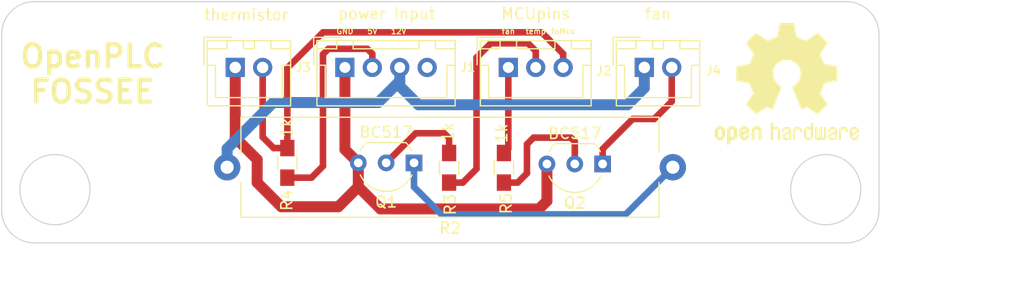
<source format=kicad_pcb>
(kicad_pcb (version 20171130) (host pcbnew 5.0.1)

  (general
    (thickness 1.6)
    (drawings 20)
    (tracks 72)
    (zones 0)
    (modules 11)
    (nets 12)
  )

  (page A4)
  (layers
    (0 F.Cu signal)
    (31 B.Cu signal)
    (32 B.Adhes user)
    (33 F.Adhes user)
    (34 B.Paste user)
    (35 F.Paste user)
    (36 B.SilkS user)
    (37 F.SilkS user)
    (38 B.Mask user)
    (39 F.Mask user)
    (40 Dwgs.User user)
    (41 Cmts.User user)
    (42 Eco1.User user)
    (43 Eco2.User user)
    (44 Edge.Cuts user)
    (45 Margin user)
    (46 B.CrtYd user)
    (47 F.CrtYd user)
    (48 B.Fab user)
    (49 F.Fab user)
  )

  (setup
    (last_trace_width 0.6)
    (trace_clearance 0.3)
    (zone_clearance 0.508)
    (zone_45_only no)
    (trace_min 0.2)
    (segment_width 0.2)
    (edge_width 0.15)
    (via_size 0.8)
    (via_drill 0.4)
    (via_min_size 0.4)
    (via_min_drill 0.3)
    (uvia_size 0.3)
    (uvia_drill 0.1)
    (uvias_allowed no)
    (uvia_min_size 0.2)
    (uvia_min_drill 0.1)
    (pcb_text_width 0.3)
    (pcb_text_size 1.5 1.5)
    (mod_edge_width 0.15)
    (mod_text_size 1 1)
    (mod_text_width 0.15)
    (pad_size 1.524 1.524)
    (pad_drill 0.762)
    (pad_to_mask_clearance 0.051)
    (solder_mask_min_width 0.25)
    (aux_axis_origin 0 0)
    (visible_elements FFFFFF7F)
    (pcbplotparams
      (layerselection 0x010fc_ffffffff)
      (usegerberextensions false)
      (usegerberattributes false)
      (usegerberadvancedattributes false)
      (creategerberjobfile false)
      (excludeedgelayer true)
      (linewidth 0.100000)
      (plotframeref false)
      (viasonmask false)
      (mode 1)
      (useauxorigin false)
      (hpglpennumber 1)
      (hpglpenspeed 20)
      (hpglpendiameter 15.000000)
      (psnegative false)
      (psa4output false)
      (plotreference true)
      (plotvalue true)
      (plotinvisibletext false)
      (padsonsilk false)
      (subtractmaskfromsilk false)
      (outputformat 1)
      (mirror false)
      (drillshape 1)
      (scaleselection 1)
      (outputdirectory ""))
  )

  (net 0 "")
  (net 1 GND)
  (net 2 +5V)
  (net 3 +12V)
  (net 4 "Net-(Q1-Pad1)")
  (net 5 "Net-(Q1-Pad2)")
  (net 6 /toMcu)
  (net 7 "Net-(J4-Pad2)")
  (net 8 "Net-(Q2-Pad2)")
  (net 9 /fromMcuR)
  (net 10 /fromMcuF)
  (net 11 "Net-(J1-Pad4)")

  (net_class Default "This is the default net class."
    (clearance 0.3)
    (trace_width 0.6)
    (via_dia 0.8)
    (via_drill 0.4)
    (uvia_dia 0.3)
    (uvia_drill 0.1)
    (add_net +5V)
    (add_net /fromMcuF)
    (add_net /fromMcuR)
    (add_net /toMcu)
    (add_net "Net-(J1-Pad4)")
    (add_net "Net-(J4-Pad2)")
    (add_net "Net-(Q1-Pad1)")
    (add_net "Net-(Q1-Pad2)")
    (add_net "Net-(Q2-Pad2)")
  )

  (net_class +12V ""
    (clearance 0.5)
    (trace_width 1)
    (via_dia 0.8)
    (via_drill 0.4)
    (uvia_dia 0.3)
    (uvia_drill 0.1)
    (add_net +12V)
    (add_net GND)
  )

  (module Resistors_THT:R_Axial_Power_L38.0mm_W9.0mm_P40.64mm (layer F.Cu) (tedit 5874F706) (tstamp 5C34D676)
    (at 171.4 95.9 180)
    (descr "Resistor, Axial_Power series, Axial, Horizontal, pin pitch=40.64mm, 9W, length*diameter=38*9mm^2, http://cdn-reichelt.de/documents/datenblatt/B400/5WAXIAL_9WAXIAL_11WAXIAL_17WAXIAL%23YAG.pdf")
    (tags "Resistor Axial_Power series Axial Horizontal pin pitch 40.64mm 9W length 38mm diameter 9mm")
    (path /5C2F30B4)
    (fp_text reference R2 (at 20.32 -5.56 180) (layer F.SilkS)
      (effects (font (size 1 1) (thickness 0.15)))
    )
    (fp_text value 27 (at 20.32 5.56 180) (layer F.Fab)
      (effects (font (size 1 1) (thickness 0.15)))
    )
    (fp_line (start 42.1 -4.85) (end -1.45 -4.85) (layer F.CrtYd) (width 0.05))
    (fp_line (start 42.1 4.85) (end 42.1 -4.85) (layer F.CrtYd) (width 0.05))
    (fp_line (start -1.45 4.85) (end 42.1 4.85) (layer F.CrtYd) (width 0.05))
    (fp_line (start -1.45 -4.85) (end -1.45 4.85) (layer F.CrtYd) (width 0.05))
    (fp_line (start 39.38 4.56) (end 39.38 1.38) (layer F.SilkS) (width 0.12))
    (fp_line (start 1.26 4.56) (end 39.38 4.56) (layer F.SilkS) (width 0.12))
    (fp_line (start 1.26 1.38) (end 1.26 4.56) (layer F.SilkS) (width 0.12))
    (fp_line (start 39.38 -4.56) (end 39.38 -1.38) (layer F.SilkS) (width 0.12))
    (fp_line (start 1.26 -4.56) (end 39.38 -4.56) (layer F.SilkS) (width 0.12))
    (fp_line (start 1.26 -1.38) (end 1.26 -4.56) (layer F.SilkS) (width 0.12))
    (fp_line (start 40.64 0) (end 39.32 0) (layer F.Fab) (width 0.1))
    (fp_line (start 0 0) (end 1.32 0) (layer F.Fab) (width 0.1))
    (fp_line (start 39.32 -4.5) (end 1.32 -4.5) (layer F.Fab) (width 0.1))
    (fp_line (start 39.32 4.5) (end 39.32 -4.5) (layer F.Fab) (width 0.1))
    (fp_line (start 1.32 4.5) (end 39.32 4.5) (layer F.Fab) (width 0.1))
    (fp_line (start 1.32 -4.5) (end 1.32 4.5) (layer F.Fab) (width 0.1))
    (pad 2 thru_hole oval (at 40.64 0 180) (size 2.4 2.4) (drill 1.2) (layers *.Cu *.Mask)
      (net 3 +12V))
    (pad 1 thru_hole circle (at 0 0 180) (size 2.4 2.4) (drill 1.2) (layers *.Cu *.Mask)
      (net 4 "Net-(Q1-Pad1)"))
    (model ${KISYS3DMOD}/Resistors_THT.3dshapes/R_Axial_Power_L38.0mm_W9.0mm_P40.64mm.wrl
      (at (xyz 0 0 0))
      (scale (xyz 0.393701 0.393701 0.393701))
      (rotate (xyz 0 0 0))
    )
  )

  (module Connectors_JST:JST_XH_B04B-XH-A_04x2.50mm_Straight (layer F.Cu) (tedit 5C3499F8) (tstamp 5C348D46)
    (at 141.5 86.8)
    (descr "JST XH series connector, B04B-XH-A, top entry type, through hole")
    (tags "connector jst xh tht top vertical 2.50mm")
    (path /5C2F487D)
    (fp_text reference J1 (at 11.2 0) (layer F.SilkS)
      (effects (font (size 0.8 0.8) (thickness 0.14)))
    )
    (fp_text value "power Input" (at 3.8 -4.9) (layer F.SilkS)
      (effects (font (size 1 1) (thickness 0.15)))
    )
    (fp_text user %R (at 3.75 2.5) (layer F.Fab)
      (effects (font (size 1 1) (thickness 0.15)))
    )
    (fp_line (start -2.85 -2.75) (end -2.85 -0.25) (layer F.Fab) (width 0.1))
    (fp_line (start -0.35 -2.75) (end -2.85 -2.75) (layer F.Fab) (width 0.1))
    (fp_line (start -2.85 -2.75) (end -2.85 -0.25) (layer F.SilkS) (width 0.12))
    (fp_line (start -0.35 -2.75) (end -2.85 -2.75) (layer F.SilkS) (width 0.12))
    (fp_line (start 9.3 2.75) (end 3.75 2.75) (layer F.SilkS) (width 0.12))
    (fp_line (start 9.3 -0.2) (end 9.3 2.75) (layer F.SilkS) (width 0.12))
    (fp_line (start 10.05 -0.2) (end 9.3 -0.2) (layer F.SilkS) (width 0.12))
    (fp_line (start -1.8 2.75) (end 3.75 2.75) (layer F.SilkS) (width 0.12))
    (fp_line (start -1.8 -0.2) (end -1.8 2.75) (layer F.SilkS) (width 0.12))
    (fp_line (start -2.55 -0.2) (end -1.8 -0.2) (layer F.SilkS) (width 0.12))
    (fp_line (start 10.05 -2.45) (end 8.25 -2.45) (layer F.SilkS) (width 0.12))
    (fp_line (start 10.05 -1.7) (end 10.05 -2.45) (layer F.SilkS) (width 0.12))
    (fp_line (start 8.25 -1.7) (end 10.05 -1.7) (layer F.SilkS) (width 0.12))
    (fp_line (start 8.25 -2.45) (end 8.25 -1.7) (layer F.SilkS) (width 0.12))
    (fp_line (start -0.75 -2.45) (end -2.55 -2.45) (layer F.SilkS) (width 0.12))
    (fp_line (start -0.75 -1.7) (end -0.75 -2.45) (layer F.SilkS) (width 0.12))
    (fp_line (start -2.55 -1.7) (end -0.75 -1.7) (layer F.SilkS) (width 0.12))
    (fp_line (start -2.55 -2.45) (end -2.55 -1.7) (layer F.SilkS) (width 0.12))
    (fp_line (start 6.75 -2.45) (end 0.75 -2.45) (layer F.SilkS) (width 0.12))
    (fp_line (start 6.75 -1.7) (end 6.75 -2.45) (layer F.SilkS) (width 0.12))
    (fp_line (start 0.75 -1.7) (end 6.75 -1.7) (layer F.SilkS) (width 0.12))
    (fp_line (start 0.75 -2.45) (end 0.75 -1.7) (layer F.SilkS) (width 0.12))
    (fp_line (start 10.05 -2.45) (end -2.55 -2.45) (layer F.SilkS) (width 0.12))
    (fp_line (start 10.05 3.5) (end 10.05 -2.45) (layer F.SilkS) (width 0.12))
    (fp_line (start -2.55 3.5) (end 10.05 3.5) (layer F.SilkS) (width 0.12))
    (fp_line (start -2.55 -2.45) (end -2.55 3.5) (layer F.SilkS) (width 0.12))
    (fp_line (start 10.45 -2.85) (end -2.95 -2.85) (layer F.CrtYd) (width 0.05))
    (fp_line (start 10.45 3.9) (end 10.45 -2.85) (layer F.CrtYd) (width 0.05))
    (fp_line (start -2.95 3.9) (end 10.45 3.9) (layer F.CrtYd) (width 0.05))
    (fp_line (start -2.95 -2.85) (end -2.95 3.9) (layer F.CrtYd) (width 0.05))
    (fp_line (start 9.95 -2.35) (end -2.45 -2.35) (layer F.Fab) (width 0.1))
    (fp_line (start 9.95 3.4) (end 9.95 -2.35) (layer F.Fab) (width 0.1))
    (fp_line (start -2.45 3.4) (end 9.95 3.4) (layer F.Fab) (width 0.1))
    (fp_line (start -2.45 -2.35) (end -2.45 3.4) (layer F.Fab) (width 0.1))
    (pad 4 thru_hole circle (at 7.5 0) (size 1.75 1.75) (drill 1) (layers *.Cu *.Mask)
      (net 11 "Net-(J1-Pad4)"))
    (pad 3 thru_hole circle (at 5 0) (size 1.75 1.75) (drill 1) (layers *.Cu *.Mask)
      (net 3 +12V))
    (pad 2 thru_hole circle (at 2.5 0) (size 1.75 1.75) (drill 1) (layers *.Cu *.Mask)
      (net 2 +5V))
    (pad 1 thru_hole rect (at 0 0) (size 1.75 1.75) (drill 1) (layers *.Cu *.Mask)
      (net 1 GND))
    (model Connectors_JST.3dshapes/JST_XH_B04B-XH-A_04x2.50mm_Straight.wrl
      (at (xyz 0 0 0))
      (scale (xyz 1 1 1))
      (rotate (xyz 0 0 0))
    )
    (model ${KISYS3DMOD}/Connector_JST.3dshapes/JST_XH_B04B-XH-A_1x04_P2.50mm_Vertical.wrl
      (at (xyz 0 0 0))
      (scale (xyz 1 1 1))
      (rotate (xyz 0 0 0))
    )
  )

  (module Connectors_JST:JST_XH_B03B-XH-A_03x2.50mm_Straight (layer F.Cu) (tedit 5C349A19) (tstamp 5C34AFEA)
    (at 156.4 86.8)
    (descr "JST XH series connector, B03B-XH-A, top entry type, through hole")
    (tags "connector jst xh tht top vertical 2.50mm")
    (path /5C350621)
    (fp_text reference J2 (at 8.7 0.3) (layer F.SilkS)
      (effects (font (size 0.8 0.8) (thickness 0.14)))
    )
    (fp_text value MCUpins (at 2.5 -4.9) (layer F.SilkS)
      (effects (font (size 1 1) (thickness 0.15)))
    )
    (fp_text user %R (at 2.5 2.5) (layer F.Fab)
      (effects (font (size 1 1) (thickness 0.15)))
    )
    (fp_line (start -2.85 -2.75) (end -2.85 -0.25) (layer F.Fab) (width 0.1))
    (fp_line (start -0.35 -2.75) (end -2.85 -2.75) (layer F.Fab) (width 0.1))
    (fp_line (start -2.85 -2.75) (end -2.85 -0.25) (layer F.SilkS) (width 0.12))
    (fp_line (start -0.35 -2.75) (end -2.85 -2.75) (layer F.SilkS) (width 0.12))
    (fp_line (start 6.8 2.75) (end 2.5 2.75) (layer F.SilkS) (width 0.12))
    (fp_line (start 6.8 -0.2) (end 6.8 2.75) (layer F.SilkS) (width 0.12))
    (fp_line (start 7.55 -0.2) (end 6.8 -0.2) (layer F.SilkS) (width 0.12))
    (fp_line (start -1.8 2.75) (end 2.5 2.75) (layer F.SilkS) (width 0.12))
    (fp_line (start -1.8 -0.2) (end -1.8 2.75) (layer F.SilkS) (width 0.12))
    (fp_line (start -2.55 -0.2) (end -1.8 -0.2) (layer F.SilkS) (width 0.12))
    (fp_line (start 7.55 -2.45) (end 5.75 -2.45) (layer F.SilkS) (width 0.12))
    (fp_line (start 7.55 -1.7) (end 7.55 -2.45) (layer F.SilkS) (width 0.12))
    (fp_line (start 5.75 -1.7) (end 7.55 -1.7) (layer F.SilkS) (width 0.12))
    (fp_line (start 5.75 -2.45) (end 5.75 -1.7) (layer F.SilkS) (width 0.12))
    (fp_line (start -0.75 -2.45) (end -2.55 -2.45) (layer F.SilkS) (width 0.12))
    (fp_line (start -0.75 -1.7) (end -0.75 -2.45) (layer F.SilkS) (width 0.12))
    (fp_line (start -2.55 -1.7) (end -0.75 -1.7) (layer F.SilkS) (width 0.12))
    (fp_line (start -2.55 -2.45) (end -2.55 -1.7) (layer F.SilkS) (width 0.12))
    (fp_line (start 4.25 -2.45) (end 0.75 -2.45) (layer F.SilkS) (width 0.12))
    (fp_line (start 4.25 -1.7) (end 4.25 -2.45) (layer F.SilkS) (width 0.12))
    (fp_line (start 0.75 -1.7) (end 4.25 -1.7) (layer F.SilkS) (width 0.12))
    (fp_line (start 0.75 -2.45) (end 0.75 -1.7) (layer F.SilkS) (width 0.12))
    (fp_line (start 7.55 -2.45) (end -2.55 -2.45) (layer F.SilkS) (width 0.12))
    (fp_line (start 7.55 3.5) (end 7.55 -2.45) (layer F.SilkS) (width 0.12))
    (fp_line (start -2.55 3.5) (end 7.55 3.5) (layer F.SilkS) (width 0.12))
    (fp_line (start -2.55 -2.45) (end -2.55 3.5) (layer F.SilkS) (width 0.12))
    (fp_line (start 7.95 -2.85) (end -2.95 -2.85) (layer F.CrtYd) (width 0.05))
    (fp_line (start 7.95 3.9) (end 7.95 -2.85) (layer F.CrtYd) (width 0.05))
    (fp_line (start -2.95 3.9) (end 7.95 3.9) (layer F.CrtYd) (width 0.05))
    (fp_line (start -2.95 -2.85) (end -2.95 3.9) (layer F.CrtYd) (width 0.05))
    (fp_line (start 7.45 -2.35) (end -2.45 -2.35) (layer F.Fab) (width 0.1))
    (fp_line (start 7.45 3.4) (end 7.45 -2.35) (layer F.Fab) (width 0.1))
    (fp_line (start -2.45 3.4) (end 7.45 3.4) (layer F.Fab) (width 0.1))
    (fp_line (start -2.45 -2.35) (end -2.45 3.4) (layer F.Fab) (width 0.1))
    (pad 3 thru_hole circle (at 5 0) (size 1.75 1.75) (drill 1) (layers *.Cu *.Mask)
      (net 6 /toMcu))
    (pad 2 thru_hole circle (at 2.5 0) (size 1.75 1.75) (drill 1) (layers *.Cu *.Mask)
      (net 9 /fromMcuR))
    (pad 1 thru_hole rect (at 0 0) (size 1.75 1.75) (drill 1) (layers *.Cu *.Mask)
      (net 10 /fromMcuF))
    (model Connectors_JST.3dshapes/JST_XH_B03B-XH-A_03x2.50mm_Straight.wrl
      (at (xyz 0 0 0))
      (scale (xyz 1 1 1))
      (rotate (xyz 0 0 0))
    )
    (model ${KISYS3DMOD}/Connector_JST.3dshapes/JST_XH_B03B-XH-A_1x03_P2.50mm_Vertical.wrl
      (at (xyz 0 0 0))
      (scale (xyz 1 1 1))
      (rotate (xyz 0 0 0))
    )
  )

  (module Connectors_JST:JST_XH_B02B-XH-A_02x2.50mm_Straight (layer F.Cu) (tedit 5C3499E4) (tstamp 5C348DC2)
    (at 168.8 86.8)
    (descr "JST XH series connector, B02B-XH-A, top entry type, through hole")
    (tags "connector jst xh tht top vertical 2.50mm")
    (path /5C34ABB8)
    (fp_text reference J4 (at 6.3 0.3) (layer F.SilkS)
      (effects (font (size 0.8 0.8) (thickness 0.14)))
    )
    (fp_text value fan (at 1.25 -4.9) (layer F.SilkS)
      (effects (font (size 1 1) (thickness 0.15)))
    )
    (fp_text user %R (at 1.25 2.5) (layer F.Fab)
      (effects (font (size 1 1) (thickness 0.15)))
    )
    (fp_line (start -2.85 -2.75) (end -2.85 -0.25) (layer F.Fab) (width 0.1))
    (fp_line (start -0.35 -2.75) (end -2.85 -2.75) (layer F.Fab) (width 0.1))
    (fp_line (start -2.85 -2.75) (end -2.85 -0.25) (layer F.SilkS) (width 0.12))
    (fp_line (start -0.35 -2.75) (end -2.85 -2.75) (layer F.SilkS) (width 0.12))
    (fp_line (start 4.3 2.75) (end 1.25 2.75) (layer F.SilkS) (width 0.12))
    (fp_line (start 4.3 -0.2) (end 4.3 2.75) (layer F.SilkS) (width 0.12))
    (fp_line (start 5.05 -0.2) (end 4.3 -0.2) (layer F.SilkS) (width 0.12))
    (fp_line (start -1.8 2.75) (end 1.25 2.75) (layer F.SilkS) (width 0.12))
    (fp_line (start -1.8 -0.2) (end -1.8 2.75) (layer F.SilkS) (width 0.12))
    (fp_line (start -2.55 -0.2) (end -1.8 -0.2) (layer F.SilkS) (width 0.12))
    (fp_line (start 5.05 -2.45) (end 3.25 -2.45) (layer F.SilkS) (width 0.12))
    (fp_line (start 5.05 -1.7) (end 5.05 -2.45) (layer F.SilkS) (width 0.12))
    (fp_line (start 3.25 -1.7) (end 5.05 -1.7) (layer F.SilkS) (width 0.12))
    (fp_line (start 3.25 -2.45) (end 3.25 -1.7) (layer F.SilkS) (width 0.12))
    (fp_line (start -0.75 -2.45) (end -2.55 -2.45) (layer F.SilkS) (width 0.12))
    (fp_line (start -0.75 -1.7) (end -0.75 -2.45) (layer F.SilkS) (width 0.12))
    (fp_line (start -2.55 -1.7) (end -0.75 -1.7) (layer F.SilkS) (width 0.12))
    (fp_line (start -2.55 -2.45) (end -2.55 -1.7) (layer F.SilkS) (width 0.12))
    (fp_line (start 1.75 -2.45) (end 0.75 -2.45) (layer F.SilkS) (width 0.12))
    (fp_line (start 1.75 -1.7) (end 1.75 -2.45) (layer F.SilkS) (width 0.12))
    (fp_line (start 0.75 -1.7) (end 1.75 -1.7) (layer F.SilkS) (width 0.12))
    (fp_line (start 0.75 -2.45) (end 0.75 -1.7) (layer F.SilkS) (width 0.12))
    (fp_line (start 5.05 -2.45) (end -2.55 -2.45) (layer F.SilkS) (width 0.12))
    (fp_line (start 5.05 3.5) (end 5.05 -2.45) (layer F.SilkS) (width 0.12))
    (fp_line (start -2.55 3.5) (end 5.05 3.5) (layer F.SilkS) (width 0.12))
    (fp_line (start -2.55 -2.45) (end -2.55 3.5) (layer F.SilkS) (width 0.12))
    (fp_line (start 5.45 -2.85) (end -2.95 -2.85) (layer F.CrtYd) (width 0.05))
    (fp_line (start 5.45 3.9) (end 5.45 -2.85) (layer F.CrtYd) (width 0.05))
    (fp_line (start -2.95 3.9) (end 5.45 3.9) (layer F.CrtYd) (width 0.05))
    (fp_line (start -2.95 -2.85) (end -2.95 3.9) (layer F.CrtYd) (width 0.05))
    (fp_line (start 4.95 -2.35) (end -2.45 -2.35) (layer F.Fab) (width 0.1))
    (fp_line (start 4.95 3.4) (end 4.95 -2.35) (layer F.Fab) (width 0.1))
    (fp_line (start -2.45 3.4) (end 4.95 3.4) (layer F.Fab) (width 0.1))
    (fp_line (start -2.45 -2.35) (end -2.45 3.4) (layer F.Fab) (width 0.1))
    (pad 2 thru_hole circle (at 2.5 0) (size 1.75 1.75) (drill 1.05) (layers *.Cu *.Mask)
      (net 7 "Net-(J4-Pad2)"))
    (pad 1 thru_hole rect (at 0 0) (size 1.75 1.75) (drill 1.05) (layers *.Cu *.Mask)
      (net 3 +12V))
    (model Connectors_JST.3dshapes/JST_XH_B02B-XH-A_02x2.50mm_Straight.wrl
      (at (xyz 0 0 0))
      (scale (xyz 1 1 1))
      (rotate (xyz 0 0 0))
    )
    (model ${KISYS3DMOD}/Connector_JST.3dshapes/JST_XH_B02B-XH-A_1x02_P2.50mm_Vertical.wrl
      (at (xyz 0 0 0))
      (scale (xyz 1 1 1))
      (rotate (xyz 0 0 0))
    )
  )

  (module Resistors_SMD:R_0805_HandSoldering (layer F.Cu) (tedit 5C348766) (tstamp 5C349023)
    (at 156 95.95 90)
    (descr "Resistor SMD 0805, hand soldering")
    (tags "resistor 0805")
    (path /5C3474DA)
    (attr smd)
    (fp_text reference R5 (at -3.25 0.2 90) (layer F.SilkS)
      (effects (font (size 1 1) (thickness 0.15)))
    )
    (fp_text value 1k (at 3.15 -0.2 90) (layer F.SilkS)
      (effects (font (size 1 1) (thickness 0.15)))
    )
    (fp_line (start 2.35 0.9) (end -2.35 0.9) (layer F.CrtYd) (width 0.05))
    (fp_line (start 2.35 0.9) (end 2.35 -0.9) (layer F.CrtYd) (width 0.05))
    (fp_line (start -2.35 -0.9) (end -2.35 0.9) (layer F.CrtYd) (width 0.05))
    (fp_line (start -2.35 -0.9) (end 2.35 -0.9) (layer F.CrtYd) (width 0.05))
    (fp_line (start -0.6 -0.88) (end 0.6 -0.88) (layer F.SilkS) (width 0.12))
    (fp_line (start 0.6 0.88) (end -0.6 0.88) (layer F.SilkS) (width 0.12))
    (fp_line (start -1 -0.62) (end 1 -0.62) (layer F.Fab) (width 0.1))
    (fp_line (start 1 -0.62) (end 1 0.62) (layer F.Fab) (width 0.1))
    (fp_line (start 1 0.62) (end -1 0.62) (layer F.Fab) (width 0.1))
    (fp_line (start -1 0.62) (end -1 -0.62) (layer F.Fab) (width 0.1))
    (fp_text user %R (at 0 0 90) (layer F.Fab)
      (effects (font (size 0.5 0.5) (thickness 0.075)))
    )
    (pad 2 smd rect (at 1.35 0 90) (size 1.5 1.3) (layers F.Cu F.Paste F.Mask)
      (net 10 /fromMcuF))
    (pad 1 smd rect (at -1.35 0 90) (size 1.5 1.3) (layers F.Cu F.Paste F.Mask)
      (net 8 "Net-(Q2-Pad2)"))
    (model ${KISYS3DMOD}/Resistors_SMD.3dshapes/R_0805.wrl
      (at (xyz 0 0 0))
      (scale (xyz 1 1 1))
      (rotate (xyz 0 0 0))
    )
    (model ${KISYS3DMOD}/Resistor_SMD.3dshapes/R_0805_2012Metric.wrl
      (at (xyz 0 0 0))
      (scale (xyz 1 1 1))
      (rotate (xyz 0 0 0))
    )
  )

  (module TO_SOT_Packages_THT:TO-92_Inline_Wide (layer F.Cu) (tedit 5C34876D) (tstamp 5C348E37)
    (at 165.000001 95.6 180)
    (descr "TO-92 leads in-line, wide, drill 0.8mm (see NXP sot054_po.pdf)")
    (tags "to-92 sc-43 sc-43a sot54 PA33 transistor")
    (path /5C346CA2)
    (fp_text reference Q2 (at 2.54 -3.56) (layer F.SilkS)
      (effects (font (size 1 1) (thickness 0.15)))
    )
    (fp_text value BC517 (at 2.54 2.79 180) (layer F.SilkS)
      (effects (font (size 1 1) (thickness 0.15)))
    )
    (fp_arc (start 2.54 0) (end 4.34 1.85) (angle -20) (layer F.SilkS) (width 0.12))
    (fp_arc (start 2.54 0) (end 2.54 -2.48) (angle -135) (layer F.Fab) (width 0.1))
    (fp_arc (start 2.54 0) (end 2.54 -2.48) (angle 135) (layer F.Fab) (width 0.1))
    (fp_arc (start 2.54 0) (end 2.54 -2.6) (angle 65) (layer F.SilkS) (width 0.12))
    (fp_arc (start 2.54 0) (end 2.54 -2.6) (angle -65) (layer F.SilkS) (width 0.12))
    (fp_arc (start 2.54 0) (end 0.74 1.85) (angle 20) (layer F.SilkS) (width 0.12))
    (fp_line (start 6.09 2.01) (end -1.01 2.01) (layer F.CrtYd) (width 0.05))
    (fp_line (start 6.09 2.01) (end 6.09 -2.73) (layer F.CrtYd) (width 0.05))
    (fp_line (start -1.01 -2.73) (end -1.01 2.01) (layer F.CrtYd) (width 0.05))
    (fp_line (start -1.01 -2.73) (end 6.09 -2.73) (layer F.CrtYd) (width 0.05))
    (fp_line (start 0.8 1.75) (end 4.3 1.75) (layer F.Fab) (width 0.1))
    (fp_line (start 0.74 1.85) (end 4.34 1.85) (layer F.SilkS) (width 0.12))
    (fp_text user %R (at 2.54 -3.56) (layer F.Fab)
      (effects (font (size 1 1) (thickness 0.15)))
    )
    (pad 1 thru_hole rect (at 0 0 270) (size 1.52 1.52) (drill 0.8) (layers *.Cu *.Mask)
      (net 7 "Net-(J4-Pad2)"))
    (pad 3 thru_hole circle (at 5.08 0 270) (size 1.52 1.52) (drill 0.8) (layers *.Cu *.Mask)
      (net 1 GND))
    (pad 2 thru_hole circle (at 2.54 0 270) (size 1.52 1.52) (drill 0.8) (layers *.Cu *.Mask)
      (net 8 "Net-(Q2-Pad2)"))
    (model ${KISYS3DMOD}/Package_TO_SOT_THT.3dshapes/TO-92_Inline_Wide.wrl
      (at (xyz 0 0 0))
      (scale (xyz 1 1 1))
      (rotate (xyz 0 0 0))
    )
  )

  (module Connectors_JST:JST_XH_B02B-XH-A_02x2.50mm_Straight (layer F.Cu) (tedit 5C349A03) (tstamp 5C348E85)
    (at 131.5 86.8)
    (descr "JST XH series connector, B02B-XH-A, top entry type, through hole")
    (tags "connector jst xh tht top vertical 2.50mm")
    (path /5C308B5A)
    (fp_text reference J3 (at 6.2 0) (layer F.SilkS)
      (effects (font (size 0.8 0.8) (thickness 0.14)))
    )
    (fp_text value thermistor (at 1 -4.8 180) (layer F.SilkS)
      (effects (font (size 1 1) (thickness 0.15)))
    )
    (fp_line (start -2.450001 -2.35) (end -2.450001 3.4) (layer F.Fab) (width 0.1))
    (fp_line (start -2.450001 3.4) (end 4.950001 3.4) (layer F.Fab) (width 0.1))
    (fp_line (start 4.950001 3.4) (end 4.950001 -2.35) (layer F.Fab) (width 0.1))
    (fp_line (start 4.950001 -2.35) (end -2.450001 -2.35) (layer F.Fab) (width 0.1))
    (fp_line (start -2.95 -2.85) (end -2.95 3.899999) (layer F.CrtYd) (width 0.05))
    (fp_line (start -2.95 3.899999) (end 5.45 3.899999) (layer F.CrtYd) (width 0.05))
    (fp_line (start 5.45 3.899999) (end 5.45 -2.85) (layer F.CrtYd) (width 0.05))
    (fp_line (start 5.45 -2.85) (end -2.95 -2.85) (layer F.CrtYd) (width 0.05))
    (fp_line (start -2.55 -2.45) (end -2.55 3.5) (layer F.SilkS) (width 0.12))
    (fp_line (start -2.55 3.5) (end 5.05 3.5) (layer F.SilkS) (width 0.12))
    (fp_line (start 5.05 3.5) (end 5.05 -2.45) (layer F.SilkS) (width 0.12))
    (fp_line (start 5.05 -2.45) (end -2.55 -2.45) (layer F.SilkS) (width 0.12))
    (fp_line (start 0.75 -2.450001) (end 0.750001 -1.7) (layer F.SilkS) (width 0.12))
    (fp_line (start 0.750001 -1.7) (end 1.749999 -1.7) (layer F.SilkS) (width 0.12))
    (fp_line (start 1.749999 -1.7) (end 1.749999 -2.45) (layer F.SilkS) (width 0.12))
    (fp_line (start 1.749999 -2.45) (end 0.75 -2.450001) (layer F.SilkS) (width 0.12))
    (fp_line (start -2.55 -2.45) (end -2.55 -1.7) (layer F.SilkS) (width 0.12))
    (fp_line (start -2.55 -1.7) (end -0.750001 -1.7) (layer F.SilkS) (width 0.12))
    (fp_line (start -0.750001 -1.7) (end -0.75 -2.450001) (layer F.SilkS) (width 0.12))
    (fp_line (start -0.75 -2.450001) (end -2.55 -2.45) (layer F.SilkS) (width 0.12))
    (fp_line (start 3.25 -2.450001) (end 3.250001 -1.7) (layer F.SilkS) (width 0.12))
    (fp_line (start 3.250001 -1.7) (end 5.05 -1.7) (layer F.SilkS) (width 0.12))
    (fp_line (start 5.05 -1.7) (end 5.05 -2.45) (layer F.SilkS) (width 0.12))
    (fp_line (start 5.05 -2.45) (end 3.25 -2.450001) (layer F.SilkS) (width 0.12))
    (fp_line (start -2.55 -0.2) (end -1.8 -0.2) (layer F.SilkS) (width 0.12))
    (fp_line (start -1.8 -0.2) (end -1.8 2.75) (layer F.SilkS) (width 0.12))
    (fp_line (start -1.8 2.75) (end 1.25 2.75) (layer F.SilkS) (width 0.12))
    (fp_line (start 5.05 -0.2) (end 4.3 -0.2) (layer F.SilkS) (width 0.12))
    (fp_line (start 4.3 -0.2) (end 4.3 2.75) (layer F.SilkS) (width 0.12))
    (fp_line (start 4.3 2.75) (end 1.25 2.75) (layer F.SilkS) (width 0.12))
    (fp_line (start -0.35 -2.75) (end -2.85 -2.75) (layer F.SilkS) (width 0.12))
    (fp_line (start -2.85 -2.75) (end -2.85 -0.25) (layer F.SilkS) (width 0.12))
    (fp_line (start -0.35 -2.75) (end -2.85 -2.75) (layer F.Fab) (width 0.1))
    (fp_line (start -2.85 -2.75) (end -2.85 -0.25) (layer F.Fab) (width 0.1))
    (fp_text user %R (at 1.25 2.499999) (layer F.Fab)
      (effects (font (size 1 1) (thickness 0.15)))
    )
    (pad 1 thru_hole rect (at 0 0) (size 1.75 1.75) (drill 1.05) (layers *.Cu *.Mask)
      (net 1 GND))
    (pad 2 thru_hole circle (at 2.5 0) (size 1.75 1.75) (drill 1.05) (layers *.Cu *.Mask)
      (net 6 /toMcu))
    (model Connectors_JST.3dshapes/JST_XH_B02B-XH-A_02x2.50mm_Straight.wrl
      (at (xyz 0 0 0))
      (scale (xyz 1 1 1))
      (rotate (xyz 0 0 0))
    )
    (model ${KISYS3DMOD}/Connector_JST.3dshapes/JST_XH_B02B-XH-A_1x02_P2.50mm_Vertical.wrl
      (at (xyz 0 0 0))
      (scale (xyz 1 1 1))
      (rotate (xyz 0 0 0))
    )
  )

  (module TO_SOT_Packages_THT:TO-92_Inline_Wide (layer F.Cu) (tedit 5C348789) (tstamp 5C348CF6)
    (at 147.8 95.5 180)
    (descr "TO-92 leads in-line, wide, drill 0.8mm (see NXP sot054_po.pdf)")
    (tags "to-92 sc-43 sc-43a sot54 PA33 transistor")
    (path /5C303654)
    (fp_text reference Q1 (at 2.54 -3.56) (layer F.SilkS)
      (effects (font (size 1 1) (thickness 0.15)))
    )
    (fp_text value BC517 (at 2.54 2.79 180) (layer F.SilkS)
      (effects (font (size 1 1) (thickness 0.15)))
    )
    (fp_arc (start 2.54 0) (end 4.34 1.85) (angle -20) (layer F.SilkS) (width 0.12))
    (fp_arc (start 2.54 0) (end 2.54 -2.48) (angle -135) (layer F.Fab) (width 0.1))
    (fp_arc (start 2.54 0) (end 2.54 -2.48) (angle 135) (layer F.Fab) (width 0.1))
    (fp_arc (start 2.54 0) (end 2.54 -2.6) (angle 65) (layer F.SilkS) (width 0.12))
    (fp_arc (start 2.54 0) (end 2.54 -2.6) (angle -65) (layer F.SilkS) (width 0.12))
    (fp_arc (start 2.54 0) (end 0.74 1.85) (angle 20) (layer F.SilkS) (width 0.12))
    (fp_line (start 6.09 2.01) (end -1.01 2.01) (layer F.CrtYd) (width 0.05))
    (fp_line (start 6.09 2.01) (end 6.09 -2.73) (layer F.CrtYd) (width 0.05))
    (fp_line (start -1.01 -2.73) (end -1.01 2.01) (layer F.CrtYd) (width 0.05))
    (fp_line (start -1.01 -2.73) (end 6.09 -2.73) (layer F.CrtYd) (width 0.05))
    (fp_line (start 0.8 1.75) (end 4.3 1.75) (layer F.Fab) (width 0.1))
    (fp_line (start 0.74 1.85) (end 4.34 1.85) (layer F.SilkS) (width 0.12))
    (fp_text user %R (at 2.54 -3.56) (layer F.Fab)
      (effects (font (size 1 1) (thickness 0.15)))
    )
    (pad 1 thru_hole rect (at 0 0 270) (size 1.52 1.52) (drill 0.8) (layers *.Cu *.Mask)
      (net 4 "Net-(Q1-Pad1)"))
    (pad 3 thru_hole circle (at 5.08 0 270) (size 1.52 1.52) (drill 0.8) (layers *.Cu *.Mask)
      (net 1 GND))
    (pad 2 thru_hole circle (at 2.54 0 270) (size 1.52 1.52) (drill 0.8) (layers *.Cu *.Mask)
      (net 5 "Net-(Q1-Pad2)"))
    (model ${KISYS3DMOD}/TO_SOT_Packages_THT.3dshapes/TO-92_Inline_Wide.wrl
      (offset (xyz 2.539999961853027 0 0))
      (scale (xyz 1 1 1))
      (rotate (xyz 0 0 -90))
    )
    (model ${KISYS3DMOD}/Package_TO_SOT_THT.3dshapes/TO-92_Inline_Wide.wrl
      (at (xyz 0 0 0))
      (scale (xyz 1 1 1))
      (rotate (xyz 0 0 0))
    )
  )

  (module Resistors_SMD:R_0805_HandSoldering (layer F.Cu) (tedit 5C34877D) (tstamp 5C348CC3)
    (at 151 95.95 270)
    (descr "Resistor SMD 0805, hand soldering")
    (tags "resistor 0805")
    (path /5C307DD4)
    (attr smd)
    (fp_text reference R3 (at 3.35 -0.1 270) (layer F.SilkS)
      (effects (font (size 1 1) (thickness 0.15)))
    )
    (fp_text value 1k (at -3.25 0.1 270) (layer F.SilkS)
      (effects (font (size 1 1) (thickness 0.15)))
    )
    (fp_line (start 2.35 0.9) (end -2.35 0.9) (layer F.CrtYd) (width 0.05))
    (fp_line (start 2.35 0.9) (end 2.35 -0.9) (layer F.CrtYd) (width 0.05))
    (fp_line (start -2.35 -0.9) (end -2.35 0.9) (layer F.CrtYd) (width 0.05))
    (fp_line (start -2.35 -0.9) (end 2.35 -0.9) (layer F.CrtYd) (width 0.05))
    (fp_line (start -0.6 -0.88) (end 0.6 -0.88) (layer F.SilkS) (width 0.12))
    (fp_line (start 0.6 0.88) (end -0.6 0.88) (layer F.SilkS) (width 0.12))
    (fp_line (start -1 -0.62) (end 1 -0.62) (layer F.Fab) (width 0.1))
    (fp_line (start 1 -0.62) (end 1 0.62) (layer F.Fab) (width 0.1))
    (fp_line (start 1 0.62) (end -1 0.62) (layer F.Fab) (width 0.1))
    (fp_line (start -1 0.62) (end -1 -0.62) (layer F.Fab) (width 0.1))
    (fp_text user %R (at 0 0 270) (layer F.Fab)
      (effects (font (size 0.5 0.5) (thickness 0.075)))
    )
    (pad 2 smd rect (at 1.35 0 270) (size 1.5 1.3) (layers F.Cu F.Paste F.Mask)
      (net 9 /fromMcuR))
    (pad 1 smd rect (at -1.35 0 270) (size 1.5 1.3) (layers F.Cu F.Paste F.Mask)
      (net 5 "Net-(Q1-Pad2)"))
    (model ${KISYS3DMOD}/Resistors_SMD.3dshapes/R_0805.wrl
      (at (xyz 0 0 0))
      (scale (xyz 1 1 1))
      (rotate (xyz 0 0 0))
    )
    (model ${KISYS3DMOD}/Resistor_SMD.3dshapes/R_0805_2012Metric.wrl
      (at (xyz 0 0 0))
      (scale (xyz 1 1 1))
      (rotate (xyz 0 0 0))
    )
  )

  (module Resistors_SMD:R_0805_HandSoldering (layer F.Cu) (tedit 5C349BD4) (tstamp 5C348F69)
    (at 136.25 95.5 90)
    (descr "Resistor SMD 0805, hand soldering")
    (tags "resistor 0805")
    (path /5C336026)
    (attr smd)
    (fp_text reference R4 (at -3.4 -0.05 90) (layer F.SilkS)
      (effects (font (size 1 1) (thickness 0.15)))
    )
    (fp_text value 1k (at 3.2 -0.05 90) (layer F.SilkS)
      (effects (font (size 1 1) (thickness 0.15)))
    )
    (fp_text user %R (at 0 0 90) (layer F.Fab)
      (effects (font (size 0.5 0.5) (thickness 0.075)))
    )
    (fp_line (start -1 0.62) (end -1 -0.62) (layer F.Fab) (width 0.1))
    (fp_line (start 1 0.62) (end -1 0.62) (layer F.Fab) (width 0.1))
    (fp_line (start 1 -0.62) (end 1 0.62) (layer F.Fab) (width 0.1))
    (fp_line (start -1 -0.62) (end 1 -0.62) (layer F.Fab) (width 0.1))
    (fp_line (start 0.6 0.88) (end -0.6 0.88) (layer F.SilkS) (width 0.12))
    (fp_line (start -0.6 -0.88) (end 0.6 -0.88) (layer F.SilkS) (width 0.12))
    (fp_line (start -2.35 -0.9) (end 2.35 -0.9) (layer F.CrtYd) (width 0.05))
    (fp_line (start -2.35 -0.9) (end -2.35 0.9) (layer F.CrtYd) (width 0.05))
    (fp_line (start 2.35 0.9) (end 2.35 -0.9) (layer F.CrtYd) (width 0.05))
    (fp_line (start 2.35 0.9) (end -2.35 0.9) (layer F.CrtYd) (width 0.05))
    (pad 1 smd rect (at -1.35 0 90) (size 1.5 1.3) (layers F.Cu F.Paste F.Mask)
      (net 2 +5V))
    (pad 2 smd rect (at 1.35 0 90) (size 1.5 1.3) (layers F.Cu F.Paste F.Mask)
      (net 6 /toMcu))
    (model ${KISYS3DMOD}/Resistors_SMD.3dshapes/R_0805.wrl
      (at (xyz 0 0 0))
      (scale (xyz 1 1 1))
      (rotate (xyz 0 0 0))
    )
    (model ${KISYS3DMOD}/Resistor_SMD.3dshapes/R_0805_2012Metric.wrl
      (at (xyz 0 0 0))
      (scale (xyz 1 1 1))
      (rotate (xyz 0 0 0))
    )
  )

  (module Symbols:OSHW-Logo2_14.6x12mm_SilkScreen (layer F.Cu) (tedit 0) (tstamp 5C34DD5F)
    (at 181.8 88.3)
    (descr "Open Source Hardware Symbol")
    (tags "Logo Symbol OSHW")
    (attr virtual)
    (fp_text reference REF*** (at 0 0) (layer F.SilkS) hide
      (effects (font (size 1 1) (thickness 0.15)))
    )
    (fp_text value OSHW-Logo2_14.6x12mm_SilkScreen (at 0.75 0) (layer F.Fab) hide
      (effects (font (size 1 1) (thickness 0.15)))
    )
    (fp_poly (pts (xy -4.8281 3.861903) (xy -4.71655 3.917522) (xy -4.618092 4.019931) (xy -4.590977 4.057864)
      (xy -4.561438 4.1075) (xy -4.542272 4.161412) (xy -4.531307 4.233364) (xy -4.526371 4.337122)
      (xy -4.525287 4.474101) (xy -4.530182 4.661815) (xy -4.547196 4.802758) (xy -4.579823 4.907908)
      (xy -4.631558 4.988243) (xy -4.705896 5.054741) (xy -4.711358 5.058678) (xy -4.78462 5.098953)
      (xy -4.87284 5.11888) (xy -4.985038 5.123793) (xy -5.167433 5.123793) (xy -5.167509 5.300857)
      (xy -5.169207 5.39947) (xy -5.17955 5.457314) (xy -5.206578 5.492006) (xy -5.258332 5.521164)
      (xy -5.270761 5.527121) (xy -5.328923 5.555039) (xy -5.373956 5.572672) (xy -5.407441 5.574194)
      (xy -5.430962 5.553781) (xy -5.4461 5.505607) (xy -5.454437 5.423846) (xy -5.457556 5.302672)
      (xy -5.45704 5.13626) (xy -5.454471 4.918785) (xy -5.453668 4.853736) (xy -5.450778 4.629502)
      (xy -5.448188 4.482821) (xy -5.167586 4.482821) (xy -5.166009 4.607326) (xy -5.159 4.688787)
      (xy -5.143142 4.742515) (xy -5.115019 4.783823) (xy -5.095925 4.803971) (xy -5.017865 4.862921)
      (xy -4.948753 4.86772) (xy -4.87744 4.819038) (xy -4.875632 4.817241) (xy -4.846617 4.779618)
      (xy -4.828967 4.728484) (xy -4.820064 4.649738) (xy -4.817291 4.529276) (xy -4.817241 4.502588)
      (xy -4.823942 4.336583) (xy -4.845752 4.221505) (xy -4.885235 4.151254) (xy -4.944956 4.119729)
      (xy -4.979472 4.116552) (xy -5.061389 4.13146) (xy -5.117579 4.180548) (xy -5.151402 4.270362)
      (xy -5.16622 4.407445) (xy -5.167586 4.482821) (xy -5.448188 4.482821) (xy -5.447713 4.455952)
      (xy -5.443753 4.325382) (xy -5.438174 4.230087) (xy -5.430254 4.162364) (xy -5.419269 4.114507)
      (xy -5.404499 4.078813) (xy -5.385218 4.047578) (xy -5.376951 4.035824) (xy -5.267288 3.924797)
      (xy -5.128635 3.861847) (xy -4.968246 3.844297) (xy -4.8281 3.861903)) (layer F.SilkS) (width 0.01))
    (fp_poly (pts (xy -2.582571 3.877719) (xy -2.488877 3.931914) (xy -2.423736 3.985707) (xy -2.376093 4.042066)
      (xy -2.343272 4.110987) (xy -2.322594 4.202468) (xy -2.31138 4.326506) (xy -2.306951 4.493098)
      (xy -2.306437 4.612851) (xy -2.306437 5.053659) (xy -2.430517 5.109283) (xy -2.554598 5.164907)
      (xy -2.569195 4.682095) (xy -2.575227 4.501779) (xy -2.581555 4.370901) (xy -2.589394 4.280511)
      (xy -2.599963 4.221664) (xy -2.614477 4.185413) (xy -2.634152 4.16281) (xy -2.640465 4.157917)
      (xy -2.736112 4.119706) (xy -2.832793 4.134827) (xy -2.890345 4.174943) (xy -2.913755 4.20337)
      (xy -2.929961 4.240672) (xy -2.940259 4.297223) (xy -2.945951 4.383394) (xy -2.948336 4.509558)
      (xy -2.948736 4.641042) (xy -2.948814 4.805999) (xy -2.951639 4.922761) (xy -2.961093 5.00151)
      (xy -2.98106 5.052431) (xy -3.015424 5.085706) (xy -3.068068 5.11152) (xy -3.138383 5.138344)
      (xy -3.21518 5.167542) (xy -3.206038 4.649346) (xy -3.202357 4.462539) (xy -3.19805 4.32449)
      (xy -3.191877 4.225568) (xy -3.182598 4.156145) (xy -3.168973 4.10659) (xy -3.149761 4.067273)
      (xy -3.126598 4.032584) (xy -3.014848 3.92177) (xy -2.878487 3.857689) (xy -2.730175 3.842339)
      (xy -2.582571 3.877719)) (layer F.SilkS) (width 0.01))
    (fp_poly (pts (xy -5.951779 3.866015) (xy -5.814939 3.937968) (xy -5.713949 4.053766) (xy -5.678075 4.128213)
      (xy -5.650161 4.239992) (xy -5.635871 4.381227) (xy -5.634516 4.535371) (xy -5.645405 4.685879)
      (xy -5.667847 4.816205) (xy -5.70115 4.909803) (xy -5.711385 4.925922) (xy -5.832618 5.046249)
      (xy -5.976613 5.118317) (xy -6.132861 5.139408) (xy -6.290852 5.106802) (xy -6.33482 5.087253)
      (xy -6.420444 5.027012) (xy -6.495592 4.947135) (xy -6.502694 4.937004) (xy -6.531561 4.888181)
      (xy -6.550643 4.83599) (xy -6.561916 4.767285) (xy -6.567355 4.668918) (xy -6.568938 4.527744)
      (xy -6.568965 4.496092) (xy -6.568893 4.486019) (xy -6.277011 4.486019) (xy -6.275313 4.619256)
      (xy -6.268628 4.707674) (xy -6.254575 4.764785) (xy -6.230771 4.804102) (xy -6.218621 4.817241)
      (xy -6.148764 4.867172) (xy -6.080941 4.864895) (xy -6.012365 4.821584) (xy -5.971465 4.775346)
      (xy -5.947242 4.707857) (xy -5.933639 4.601433) (xy -5.932706 4.58902) (xy -5.930384 4.396147)
      (xy -5.95465 4.2529) (xy -6.005176 4.16016) (xy -6.081632 4.118807) (xy -6.108924 4.116552)
      (xy -6.180589 4.127893) (xy -6.22961 4.167184) (xy -6.259582 4.242326) (xy -6.274101 4.361222)
      (xy -6.277011 4.486019) (xy -6.568893 4.486019) (xy -6.567878 4.345659) (xy -6.563312 4.240549)
      (xy -6.553312 4.167714) (xy -6.535921 4.114108) (xy -6.509184 4.066681) (xy -6.503276 4.057864)
      (xy -6.403968 3.939007) (xy -6.295758 3.870008) (xy -6.164019 3.842619) (xy -6.119283 3.841281)
      (xy -5.951779 3.866015)) (layer F.SilkS) (width 0.01))
    (fp_poly (pts (xy -3.684448 3.884676) (xy -3.569342 3.962111) (xy -3.480389 4.073949) (xy -3.427251 4.216265)
      (xy -3.416503 4.321015) (xy -3.417724 4.364726) (xy -3.427944 4.398194) (xy -3.456039 4.428179)
      (xy -3.510884 4.46144) (xy -3.601355 4.504738) (xy -3.736328 4.564833) (xy -3.737011 4.565134)
      (xy -3.861249 4.622037) (xy -3.963127 4.672565) (xy -4.032233 4.71128) (xy -4.058154 4.73274)
      (xy -4.058161 4.732913) (xy -4.035315 4.779644) (xy -3.981891 4.831154) (xy -3.920558 4.868261)
      (xy -3.889485 4.875632) (xy -3.804711 4.850138) (xy -3.731707 4.786291) (xy -3.696087 4.716094)
      (xy -3.66182 4.664343) (xy -3.594697 4.605409) (xy -3.515792 4.554496) (xy -3.446179 4.526809)
      (xy -3.431623 4.525287) (xy -3.415237 4.550321) (xy -3.41425 4.614311) (xy -3.426292 4.700593)
      (xy -3.448993 4.792501) (xy -3.479986 4.873369) (xy -3.481552 4.876509) (xy -3.574819 5.006734)
      (xy -3.695696 5.095311) (xy -3.832973 5.138786) (xy -3.97544 5.133706) (xy -4.111888 5.076616)
      (xy -4.117955 5.072602) (xy -4.22529 4.975326) (xy -4.295868 4.848409) (xy -4.334926 4.681526)
      (xy -4.340168 4.634639) (xy -4.349452 4.413329) (xy -4.338322 4.310124) (xy -4.058161 4.310124)
      (xy -4.054521 4.374503) (xy -4.034611 4.393291) (xy -3.984974 4.379235) (xy -3.906733 4.346009)
      (xy -3.819274 4.304359) (xy -3.817101 4.303256) (xy -3.74297 4.264265) (xy -3.713219 4.238244)
      (xy -3.720555 4.210965) (xy -3.751447 4.175121) (xy -3.83004 4.123251) (xy -3.914677 4.119439)
      (xy -3.990597 4.157189) (xy -4.043035 4.230001) (xy -4.058161 4.310124) (xy -4.338322 4.310124)
      (xy -4.330356 4.236261) (xy -4.281366 4.095829) (xy -4.213164 3.997447) (xy -4.090065 3.89803)
      (xy -3.954472 3.848711) (xy -3.816045 3.845568) (xy -3.684448 3.884676)) (layer F.SilkS) (width 0.01))
    (fp_poly (pts (xy -1.255402 3.723857) (xy -1.246846 3.843188) (xy -1.237019 3.913506) (xy -1.223401 3.944179)
      (xy -1.203473 3.944571) (xy -1.197011 3.94091) (xy -1.11106 3.914398) (xy -0.999255 3.915946)
      (xy -0.885586 3.943199) (xy -0.81449 3.978455) (xy -0.741595 4.034778) (xy -0.688307 4.098519)
      (xy -0.651725 4.17951) (xy -0.62895 4.287586) (xy -0.617081 4.43258) (xy -0.613218 4.624326)
      (xy -0.613149 4.661109) (xy -0.613103 5.074288) (xy -0.705046 5.106339) (xy -0.770348 5.128144)
      (xy -0.806176 5.138297) (xy -0.80723 5.138391) (xy -0.810758 5.11086) (xy -0.813761 5.034923)
      (xy -0.81601 4.920565) (xy -0.817276 4.777769) (xy -0.817471 4.690951) (xy -0.817877 4.519773)
      (xy -0.819968 4.397088) (xy -0.825053 4.313) (xy -0.83444 4.257614) (xy -0.849439 4.221032)
      (xy -0.871358 4.193359) (xy -0.885043 4.180032) (xy -0.979051 4.126328) (xy -1.081636 4.122307)
      (xy -1.17471 4.167725) (xy -1.191922 4.184123) (xy -1.217168 4.214957) (xy -1.23468 4.251531)
      (xy -1.245858 4.304415) (xy -1.252104 4.384177) (xy -1.254818 4.501385) (xy -1.255402 4.662991)
      (xy -1.255402 5.074288) (xy -1.347345 5.106339) (xy -1.412647 5.128144) (xy -1.448475 5.138297)
      (xy -1.449529 5.138391) (xy -1.452225 5.110448) (xy -1.454655 5.03163) (xy -1.456722 4.909453)
      (xy -1.458329 4.751432) (xy -1.459377 4.565083) (xy -1.459769 4.35792) (xy -1.45977 4.348706)
      (xy -1.45977 3.55902) (xy -1.364885 3.518997) (xy -1.27 3.478973) (xy -1.255402 3.723857)) (layer F.SilkS) (width 0.01))
    (fp_poly (pts (xy 0.079944 3.92436) (xy 0.194343 3.966842) (xy 0.195652 3.967658) (xy 0.266403 4.01973)
      (xy 0.318636 4.080584) (xy 0.355371 4.159887) (xy 0.379634 4.267309) (xy 0.394445 4.412517)
      (xy 0.402829 4.605179) (xy 0.403564 4.632628) (xy 0.41412 5.046521) (xy 0.325291 5.092456)
      (xy 0.261018 5.123498) (xy 0.22221 5.138206) (xy 0.220415 5.138391) (xy 0.2137 5.11125)
      (xy 0.208365 5.038041) (xy 0.205083 4.931081) (xy 0.204368 4.844469) (xy 0.204351 4.704162)
      (xy 0.197937 4.616051) (xy 0.17558 4.574025) (xy 0.127732 4.571975) (xy 0.044849 4.60379)
      (xy -0.080287 4.662272) (xy -0.172303 4.710845) (xy -0.219629 4.752986) (xy -0.233542 4.798916)
      (xy -0.233563 4.801189) (xy -0.210605 4.880311) (xy -0.14263 4.923055) (xy -0.038602 4.929246)
      (xy 0.03633 4.928172) (xy 0.075839 4.949753) (xy 0.100478 5.001591) (xy 0.114659 5.067632)
      (xy 0.094223 5.105104) (xy 0.086528 5.110467) (xy 0.014083 5.132006) (xy -0.087367 5.135055)
      (xy -0.191843 5.120778) (xy -0.265875 5.094688) (xy -0.368228 5.007785) (xy -0.426409 4.886816)
      (xy -0.437931 4.792308) (xy -0.429138 4.707062) (xy -0.39732 4.637476) (xy -0.334316 4.575672)
      (xy -0.231969 4.513772) (xy -0.082118 4.443897) (xy -0.072988 4.439948) (xy 0.061997 4.377588)
      (xy 0.145294 4.326446) (xy 0.180997 4.280488) (xy 0.173203 4.233683) (xy 0.126007 4.179998)
      (xy 0.111894 4.167644) (xy 0.017359 4.119741) (xy -0.080594 4.121758) (xy -0.165903 4.168724)
      (xy -0.222504 4.255669) (xy -0.227763 4.272734) (xy -0.278977 4.355504) (xy -0.343963 4.395372)
      (xy -0.437931 4.434882) (xy -0.437931 4.332658) (xy -0.409347 4.184072) (xy -0.324505 4.047784)
      (xy -0.280355 4.002191) (xy -0.179995 3.943674) (xy -0.052365 3.917184) (xy 0.079944 3.92436)) (layer F.SilkS) (width 0.01))
    (fp_poly (pts (xy 1.065943 3.92192) (xy 1.198565 3.970859) (xy 1.30601 4.057419) (xy 1.348032 4.118352)
      (xy 1.393843 4.230161) (xy 1.392891 4.311006) (xy 1.344808 4.365378) (xy 1.327017 4.374624)
      (xy 1.250204 4.40345) (xy 1.210976 4.396065) (xy 1.197689 4.347658) (xy 1.197012 4.32092)
      (xy 1.172686 4.222548) (xy 1.109281 4.153734) (xy 1.021154 4.120498) (xy 0.922663 4.128861)
      (xy 0.842602 4.172296) (xy 0.815561 4.197072) (xy 0.796394 4.227129) (xy 0.783446 4.272565)
      (xy 0.775064 4.343476) (xy 0.769593 4.44996) (xy 0.765378 4.602112) (xy 0.764287 4.650287)
      (xy 0.760307 4.815095) (xy 0.755781 4.931088) (xy 0.748995 5.007833) (xy 0.738231 5.054893)
      (xy 0.721773 5.081835) (xy 0.697906 5.098223) (xy 0.682626 5.105463) (xy 0.617733 5.13022)
      (xy 0.579534 5.138391) (xy 0.566912 5.111103) (xy 0.559208 5.028603) (xy 0.55638 4.889941)
      (xy 0.558386 4.694162) (xy 0.559011 4.663965) (xy 0.563421 4.485349) (xy 0.568635 4.354923)
      (xy 0.576055 4.262492) (xy 0.587082 4.197858) (xy 0.603117 4.150825) (xy 0.625561 4.111196)
      (xy 0.637302 4.094215) (xy 0.704619 4.01908) (xy 0.77991 3.960638) (xy 0.789128 3.955536)
      (xy 0.924133 3.91526) (xy 1.065943 3.92192)) (layer F.SilkS) (width 0.01))
    (fp_poly (pts (xy 2.393914 4.154455) (xy 2.393543 4.372661) (xy 2.392108 4.540519) (xy 2.389002 4.66607)
      (xy 2.383622 4.757355) (xy 2.375362 4.822415) (xy 2.363616 4.869291) (xy 2.347781 4.906024)
      (xy 2.33579 4.926991) (xy 2.23649 5.040694) (xy 2.110588 5.111965) (xy 1.971291 5.137538)
      (xy 1.831805 5.11415) (xy 1.748743 5.072119) (xy 1.661545 4.999411) (xy 1.602117 4.910612)
      (xy 1.566261 4.79432) (xy 1.549781 4.639135) (xy 1.547447 4.525287) (xy 1.547761 4.517106)
      (xy 1.751724 4.517106) (xy 1.75297 4.647657) (xy 1.758678 4.73408) (xy 1.771804 4.790618)
      (xy 1.795306 4.831514) (xy 1.823386 4.862362) (xy 1.917688 4.921905) (xy 2.01894 4.926992)
      (xy 2.114636 4.877279) (xy 2.122084 4.870543) (xy 2.153874 4.835502) (xy 2.173808 4.793811)
      (xy 2.1846 4.731762) (xy 2.188965 4.635644) (xy 2.189655 4.529379) (xy 2.188159 4.39588)
      (xy 2.181964 4.306822) (xy 2.168514 4.248293) (xy 2.145251 4.206382) (xy 2.126175 4.184123)
      (xy 2.037563 4.127985) (xy 1.935508 4.121235) (xy 1.838095 4.164114) (xy 1.819296 4.180032)
      (xy 1.787293 4.215382) (xy 1.767318 4.257502) (xy 1.756593 4.320251) (xy 1.752339 4.417487)
      (xy 1.751724 4.517106) (xy 1.547761 4.517106) (xy 1.554504 4.341947) (xy 1.578472 4.204195)
      (xy 1.623548 4.100632) (xy 1.693928 4.019856) (xy 1.748743 3.978455) (xy 1.848376 3.933728)
      (xy 1.963855 3.912967) (xy 2.071199 3.918525) (xy 2.131264 3.940943) (xy 2.154835 3.947323)
      (xy 2.170477 3.923535) (xy 2.181395 3.859788) (xy 2.189655 3.762687) (xy 2.198699 3.654541)
      (xy 2.211261 3.589475) (xy 2.234119 3.552268) (xy 2.274051 3.527699) (xy 2.299138 3.516819)
      (xy 2.394023 3.477072) (xy 2.393914 4.154455)) (layer F.SilkS) (width 0.01))
    (fp_poly (pts (xy 3.580124 3.93984) (xy 3.584579 4.016653) (xy 3.588071 4.133391) (xy 3.590315 4.280821)
      (xy 3.591035 4.435455) (xy 3.591035 4.958727) (xy 3.498645 5.051117) (xy 3.434978 5.108047)
      (xy 3.379089 5.131107) (xy 3.302702 5.129647) (xy 3.27238 5.125934) (xy 3.17761 5.115126)
      (xy 3.099222 5.108933) (xy 3.080115 5.108361) (xy 3.015699 5.112102) (xy 2.923571 5.121494)
      (xy 2.88785 5.125934) (xy 2.800114 5.132801) (xy 2.741153 5.117885) (xy 2.68269 5.071835)
      (xy 2.661585 5.051117) (xy 2.569195 4.958727) (xy 2.569195 3.979947) (xy 2.643558 3.946066)
      (xy 2.70759 3.92097) (xy 2.745052 3.912184) (xy 2.754657 3.93995) (xy 2.763635 4.01753)
      (xy 2.771386 4.136348) (xy 2.777314 4.287828) (xy 2.780173 4.415805) (xy 2.788161 4.919425)
      (xy 2.857848 4.929278) (xy 2.921229 4.922389) (xy 2.952286 4.900083) (xy 2.960967 4.858379)
      (xy 2.968378 4.769544) (xy 2.973931 4.644834) (xy 2.977036 4.495507) (xy 2.977484 4.418661)
      (xy 2.977931 3.976287) (xy 3.069874 3.944235) (xy 3.134949 3.922443) (xy 3.170347 3.912281)
      (xy 3.171368 3.912184) (xy 3.17492 3.939809) (xy 3.178823 4.016411) (xy 3.182751 4.132579)
      (xy 3.186376 4.278904) (xy 3.188908 4.415805) (xy 3.196897 4.919425) (xy 3.372069 4.919425)
      (xy 3.380107 4.459965) (xy 3.388146 4.000505) (xy 3.473543 3.956344) (xy 3.536593 3.926019)
      (xy 3.57391 3.912258) (xy 3.574987 3.912184) (xy 3.580124 3.93984)) (layer F.SilkS) (width 0.01))
    (fp_poly (pts (xy 4.314406 3.935156) (xy 4.398469 3.973393) (xy 4.46445 4.019726) (xy 4.512794 4.071532)
      (xy 4.546172 4.138363) (xy 4.567253 4.229769) (xy 4.578707 4.355301) (xy 4.583203 4.524508)
      (xy 4.583678 4.635933) (xy 4.583678 5.070627) (xy 4.509316 5.104509) (xy 4.450746 5.129272)
      (xy 4.42173 5.138391) (xy 4.416179 5.111257) (xy 4.411775 5.038094) (xy 4.409078 4.931263)
      (xy 4.408506 4.846437) (xy 4.406046 4.723887) (xy 4.399412 4.626668) (xy 4.389726 4.567134)
      (xy 4.382032 4.554483) (xy 4.330311 4.567402) (xy 4.249117 4.600539) (xy 4.155102 4.645461)
      (xy 4.064917 4.693735) (xy 3.995215 4.736928) (xy 3.962648 4.766608) (xy 3.962519 4.766929)
      (xy 3.96532 4.821857) (xy 3.990439 4.874292) (xy 4.034541 4.916881) (xy 4.098909 4.931126)
      (xy 4.153921 4.929466) (xy 4.231835 4.928245) (xy 4.272732 4.946498) (xy 4.297295 4.994726)
      (xy 4.300392 5.00382) (xy 4.31104 5.072598) (xy 4.282565 5.11436) (xy 4.208344 5.134263)
      (xy 4.128168 5.137944) (xy 3.98389 5.110658) (xy 3.909203 5.07169) (xy 3.816963 4.980148)
      (xy 3.768043 4.867782) (xy 3.763654 4.749051) (xy 3.805001 4.638411) (xy 3.867197 4.56908)
      (xy 3.929294 4.530265) (xy 4.026895 4.481125) (xy 4.140632 4.431292) (xy 4.15959 4.423677)
      (xy 4.284521 4.368545) (xy 4.356539 4.319954) (xy 4.3797 4.271647) (xy 4.358064 4.21737)
      (xy 4.32092 4.174943) (xy 4.233127 4.122702) (xy 4.13653 4.118784) (xy 4.047944 4.159041)
      (xy 3.984186 4.239326) (xy 3.975817 4.26004) (xy 3.927096 4.336225) (xy 3.855965 4.392785)
      (xy 3.766207 4.439201) (xy 3.766207 4.307584) (xy 3.77149 4.227168) (xy 3.794142 4.163786)
      (xy 3.844367 4.096163) (xy 3.892582 4.044076) (xy 3.967554 3.970322) (xy 4.025806 3.930702)
      (xy 4.088372 3.91481) (xy 4.159193 3.912184) (xy 4.314406 3.935156)) (layer F.SilkS) (width 0.01))
    (fp_poly (pts (xy 5.33569 3.940018) (xy 5.370585 3.955269) (xy 5.453877 4.021235) (xy 5.525103 4.116618)
      (xy 5.569153 4.218406) (xy 5.576322 4.268587) (xy 5.552285 4.338647) (xy 5.499561 4.375717)
      (xy 5.443031 4.398164) (xy 5.417146 4.4023) (xy 5.404542 4.372283) (xy 5.379654 4.306961)
      (xy 5.368735 4.277445) (xy 5.307508 4.175348) (xy 5.218861 4.124423) (xy 5.105193 4.125989)
      (xy 5.096774 4.127994) (xy 5.036088 4.156767) (xy 4.991474 4.212859) (xy 4.961002 4.303163)
      (xy 4.942744 4.434571) (xy 4.934771 4.613974) (xy 4.934023 4.709433) (xy 4.933652 4.859913)
      (xy 4.931223 4.962495) (xy 4.92476 5.027672) (xy 4.912288 5.065938) (xy 4.891833 5.087785)
      (xy 4.861419 5.103707) (xy 4.859661 5.104509) (xy 4.801091 5.129272) (xy 4.772075 5.138391)
      (xy 4.767616 5.110822) (xy 4.763799 5.03462) (xy 4.760899 4.919541) (xy 4.759191 4.775341)
      (xy 4.758851 4.669814) (xy 4.760588 4.465613) (xy 4.767382 4.310697) (xy 4.781607 4.196024)
      (xy 4.805638 4.112551) (xy 4.841848 4.051236) (xy 4.892612 4.003034) (xy 4.942739 3.969393)
      (xy 5.063275 3.924619) (xy 5.203557 3.914521) (xy 5.33569 3.940018)) (layer F.SilkS) (width 0.01))
    (fp_poly (pts (xy 6.343439 3.95654) (xy 6.45895 4.032034) (xy 6.514664 4.099617) (xy 6.558804 4.222255)
      (xy 6.562309 4.319298) (xy 6.554368 4.449056) (xy 6.255115 4.580039) (xy 6.109611 4.646958)
      (xy 6.014537 4.70079) (xy 5.965101 4.747416) (xy 5.956511 4.79272) (xy 5.983972 4.842582)
      (xy 6.014253 4.875632) (xy 6.102363 4.928633) (xy 6.198196 4.932347) (xy 6.286212 4.891041)
      (xy 6.350869 4.808983) (xy 6.362433 4.780008) (xy 6.417825 4.689509) (xy 6.481553 4.65094)
      (xy 6.568966 4.617946) (xy 6.568966 4.743034) (xy 6.561238 4.828156) (xy 6.530966 4.899938)
      (xy 6.467518 4.982356) (xy 6.458088 4.993066) (xy 6.387513 5.066391) (xy 6.326847 5.105742)
      (xy 6.25095 5.123845) (xy 6.18803 5.129774) (xy 6.075487 5.131251) (xy 5.99537 5.112535)
      (xy 5.94539 5.084747) (xy 5.866838 5.023641) (xy 5.812463 4.957554) (xy 5.778052 4.874441)
      (xy 5.759388 4.762254) (xy 5.752256 4.608946) (xy 5.751687 4.531136) (xy 5.753622 4.437853)
      (xy 5.929899 4.437853) (xy 5.931944 4.487896) (xy 5.937039 4.496092) (xy 5.970666 4.484958)
      (xy 6.04303 4.455493) (xy 6.139747 4.413601) (xy 6.159973 4.404597) (xy 6.282203 4.342442)
      (xy 6.349547 4.287815) (xy 6.364348 4.236649) (xy 6.328947 4.184876) (xy 6.299711 4.162)
      (xy 6.194216 4.11625) (xy 6.095476 4.123808) (xy 6.012812 4.179651) (xy 5.955548 4.278753)
      (xy 5.937188 4.357414) (xy 5.929899 4.437853) (xy 5.753622 4.437853) (xy 5.755459 4.349351)
      (xy 5.769359 4.214853) (xy 5.796894 4.116916) (xy 5.841572 4.044811) (xy 5.906901 3.987813)
      (xy 5.935383 3.969393) (xy 6.064763 3.921422) (xy 6.206412 3.918403) (xy 6.343439 3.95654)) (layer F.SilkS) (width 0.01))
    (fp_poly (pts (xy 0.209014 -5.547002) (xy 0.367006 -5.546137) (xy 0.481347 -5.543795) (xy 0.559407 -5.539238)
      (xy 0.608554 -5.53173) (xy 0.636159 -5.520534) (xy 0.649592 -5.504912) (xy 0.656221 -5.484127)
      (xy 0.656865 -5.481437) (xy 0.666935 -5.432887) (xy 0.685575 -5.337095) (xy 0.710845 -5.204257)
      (xy 0.740807 -5.044569) (xy 0.773522 -4.868226) (xy 0.774664 -4.862033) (xy 0.807433 -4.689218)
      (xy 0.838093 -4.536531) (xy 0.864664 -4.413129) (xy 0.885167 -4.328169) (xy 0.897626 -4.29081)
      (xy 0.89822 -4.290148) (xy 0.934919 -4.271905) (xy 1.010586 -4.241503) (xy 1.108878 -4.205507)
      (xy 1.109425 -4.205315) (xy 1.233233 -4.158778) (xy 1.379196 -4.099496) (xy 1.516781 -4.039891)
      (xy 1.523293 -4.036944) (xy 1.74739 -3.935235) (xy 2.243619 -4.274103) (xy 2.395846 -4.377408)
      (xy 2.533741 -4.469763) (xy 2.649315 -4.545916) (xy 2.734579 -4.600615) (xy 2.781544 -4.628607)
      (xy 2.786004 -4.630683) (xy 2.820134 -4.62144) (xy 2.883881 -4.576844) (xy 2.979731 -4.494791)
      (xy 3.110169 -4.373179) (xy 3.243328 -4.243795) (xy 3.371694 -4.116298) (xy 3.486581 -3.999954)
      (xy 3.581073 -3.901948) (xy 3.648253 -3.829464) (xy 3.681206 -3.789687) (xy 3.682432 -3.787639)
      (xy 3.686074 -3.760344) (xy 3.67235 -3.715766) (xy 3.637869 -3.647888) (xy 3.579239 -3.550689)
      (xy 3.49307 -3.418149) (xy 3.3782 -3.247524) (xy 3.276254 -3.097345) (xy 3.185123 -2.96265)
      (xy 3.110073 -2.85126) (xy 3.056369 -2.770995) (xy 3.02928 -2.729675) (xy 3.027574 -2.72687)
      (xy 3.030882 -2.687279) (xy 3.055953 -2.610331) (xy 3.097798 -2.510568) (xy 3.112712 -2.478709)
      (xy 3.177786 -2.336774) (xy 3.247212 -2.175727) (xy 3.303609 -2.036379) (xy 3.344247 -1.932956)
      (xy 3.376526 -1.854358) (xy 3.395178 -1.81328) (xy 3.397497 -1.810115) (xy 3.431803 -1.804872)
      (xy 3.512669 -1.790506) (xy 3.629343 -1.769063) (xy 3.771075 -1.742587) (xy 3.92711 -1.713123)
      (xy 4.086698 -1.682717) (xy 4.239085 -1.653412) (xy 4.373521 -1.627255) (xy 4.479252 -1.60629)
      (xy 4.545526 -1.592561) (xy 4.561782 -1.58868) (xy 4.578573 -1.5791) (xy 4.591249 -1.557464)
      (xy 4.600378 -1.516469) (xy 4.606531 -1.448811) (xy 4.61028 -1.347188) (xy 4.612192 -1.204297)
      (xy 4.61284 -1.012835) (xy 4.612874 -0.934355) (xy 4.612874 -0.296094) (xy 4.459598 -0.26584)
      (xy 4.374322 -0.249436) (xy 4.24707 -0.225491) (xy 4.093315 -0.196893) (xy 3.928534 -0.166533)
      (xy 3.882989 -0.158194) (xy 3.730932 -0.12863) (xy 3.598468 -0.099558) (xy 3.496714 -0.073671)
      (xy 3.436788 -0.053663) (xy 3.426805 -0.047699) (xy 3.402293 -0.005466) (xy 3.367148 0.07637)
      (xy 3.328173 0.181683) (xy 3.320442 0.204368) (xy 3.26936 0.345018) (xy 3.205954 0.503714)
      (xy 3.143904 0.646225) (xy 3.143598 0.646886) (xy 3.040267 0.87044) (xy 3.719961 1.870232)
      (xy 3.283621 2.3073) (xy 3.151649 2.437381) (xy 3.031279 2.552048) (xy 2.929273 2.645181)
      (xy 2.852391 2.710658) (xy 2.807393 2.742357) (xy 2.800938 2.744368) (xy 2.76304 2.728529)
      (xy 2.685708 2.684496) (xy 2.577389 2.61749) (xy 2.446532 2.532734) (xy 2.305052 2.437816)
      (xy 2.161461 2.340998) (xy 2.033435 2.256751) (xy 1.929105 2.190258) (xy 1.8566 2.146702)
      (xy 1.824158 2.131264) (xy 1.784576 2.144328) (xy 1.709519 2.17875) (xy 1.614468 2.22738)
      (xy 1.604392 2.232785) (xy 1.476391 2.29698) (xy 1.388618 2.328463) (xy 1.334028 2.328798)
      (xy 1.305575 2.299548) (xy 1.30541 2.299138) (xy 1.291188 2.264498) (xy 1.257269 2.182269)
      (xy 1.206284 2.058814) (xy 1.140862 1.900498) (xy 1.063634 1.713686) (xy 0.977229 1.504742)
      (xy 0.893551 1.302446) (xy 0.801588 1.0792) (xy 0.71715 0.872392) (xy 0.642769 0.688362)
      (xy 0.580974 0.533451) (xy 0.534297 0.413996) (xy 0.505268 0.336339) (xy 0.496322 0.307356)
      (xy 0.518756 0.27411) (xy 0.577439 0.221123) (xy 0.655689 0.162704) (xy 0.878534 -0.022048)
      (xy 1.052718 -0.233818) (xy 1.176154 -0.468144) (xy 1.246754 -0.720566) (xy 1.262431 -0.986623)
      (xy 1.251036 -1.109425) (xy 1.18895 -1.364207) (xy 1.082023 -1.589199) (xy 0.936889 -1.782183)
      (xy 0.760178 -1.940939) (xy 0.558522 -2.06325) (xy 0.338554 -2.146895) (xy 0.106906 -2.189656)
      (xy -0.129791 -2.189313) (xy -0.364905 -2.143648) (xy -0.591804 -2.050441) (xy -0.803856 -1.907473)
      (xy -0.892364 -1.826617) (xy -1.062111 -1.618993) (xy -1.180301 -1.392105) (xy -1.247722 -1.152567)
      (xy -1.26516 -0.906993) (xy -1.233402 -0.661997) (xy -1.153235 -0.424192) (xy -1.025445 -0.200193)
      (xy -0.85082 0.003387) (xy -0.655688 0.162704) (xy -0.574409 0.223602) (xy -0.516991 0.276015)
      (xy -0.496322 0.307406) (xy -0.507144 0.341639) (xy -0.537923 0.423419) (xy -0.586126 0.546407)
      (xy -0.649222 0.704263) (xy -0.724678 0.890649) (xy -0.809962 1.099226) (xy -0.893781 1.302496)
      (xy -0.986255 1.525933) (xy -1.071911 1.732984) (xy -1.148118 1.917286) (xy -1.212247 2.072475)
      (xy -1.261668 2.192188) (xy -1.293752 2.270061) (xy -1.305641 2.299138) (xy -1.333726 2.328677)
      (xy -1.388051 2.328591) (xy -1.475605 2.297326) (xy -1.603381 2.233329) (xy -1.604392 2.232785)
      (xy -1.700598 2.183121) (xy -1.778369 2.146945) (xy -1.822223 2.131408) (xy -1.824158 2.131264)
      (xy -1.857171 2.147024) (xy -1.930054 2.19085) (xy -2.034678 2.257557) (xy -2.16291 2.341964)
      (xy -2.305052 2.437816) (xy -2.449767 2.534867) (xy -2.580196 2.61927) (xy -2.68789 2.685801)
      (xy -2.764402 2.729238) (xy -2.800938 2.744368) (xy -2.834582 2.724482) (xy -2.902224 2.668903)
      (xy -2.997107 2.583754) (xy -3.11247 2.475153) (xy -3.241555 2.349221) (xy -3.283771 2.307149)
      (xy -3.720261 1.869931) (xy -3.388023 1.38234) (xy -3.287054 1.232605) (xy -3.198438 1.09822)
      (xy -3.127146 0.986969) (xy -3.07815 0.906639) (xy -3.056422 0.865014) (xy -3.055785 0.862053)
      (xy -3.06724 0.822818) (xy -3.098051 0.743895) (xy -3.142884 0.638509) (xy -3.174353 0.567954)
      (xy -3.233192 0.432876) (xy -3.288604 0.296409) (xy -3.331564 0.181103) (xy -3.343234 0.145977)
      (xy -3.376389 0.052174) (xy -3.408799 -0.020306) (xy -3.426601 -0.047699) (xy -3.465886 -0.064464)
      (xy -3.551626 -0.08823) (xy -3.672697 -0.116303) (xy -3.817973 -0.145991) (xy -3.882988 -0.158194)
      (xy -4.048087 -0.188532) (xy -4.206448 -0.217907) (xy -4.342596 -0.243431) (xy -4.441057 -0.262215)
      (xy -4.459598 -0.26584) (xy -4.612873 -0.296094) (xy -4.612873 -0.934355) (xy -4.612529 -1.14423)
      (xy -4.611116 -1.30302) (xy -4.608064 -1.418027) (xy -4.602803 -1.496554) (xy -4.594763 -1.545904)
      (xy -4.583373 -1.573381) (xy -4.568063 -1.586287) (xy -4.561782 -1.58868) (xy -4.523896 -1.597167)
      (xy -4.440195 -1.6141) (xy -4.321433 -1.637434) (xy -4.178361 -1.665125) (xy -4.021732 -1.695127)
      (xy -3.862297 -1.725396) (xy -3.710809 -1.753885) (xy -3.578019 -1.778551) (xy -3.474681 -1.797349)
      (xy -3.411545 -1.808233) (xy -3.397497 -1.810115) (xy -3.38477 -1.835296) (xy -3.3566 -1.902378)
      (xy -3.318252 -1.998667) (xy -3.303609 -2.036379) (xy -3.244548 -2.182079) (xy -3.175 -2.343049)
      (xy -3.112712 -2.478709) (xy -3.066879 -2.582439) (xy -3.036387 -2.667674) (xy -3.026208 -2.719874)
      (xy -3.027831 -2.72687) (xy -3.049343 -2.759898) (xy -3.098465 -2.833357) (xy -3.169923 -2.939423)
      (xy -3.258445 -3.070274) (xy -3.358759 -3.218088) (xy -3.378594 -3.247266) (xy -3.494988 -3.420137)
      (xy -3.580548 -3.551774) (xy -3.638684 -3.648239) (xy -3.672808 -3.715592) (xy -3.686331 -3.759894)
      (xy -3.682664 -3.787206) (xy -3.68257 -3.78738) (xy -3.653707 -3.823254) (xy -3.589867 -3.892609)
      (xy -3.497969 -3.988255) (xy -3.384933 -4.103001) (xy -3.257679 -4.229659) (xy -3.243328 -4.243795)
      (xy -3.082957 -4.399097) (xy -2.959195 -4.51313) (xy -2.869555 -4.587998) (xy -2.811552 -4.625804)
      (xy -2.786004 -4.630683) (xy -2.748718 -4.609397) (xy -2.671343 -4.560227) (xy -2.561867 -4.488425)
      (xy -2.42828 -4.399245) (xy -2.27857 -4.297937) (xy -2.243618 -4.274103) (xy -1.74739 -3.935235)
      (xy -1.523293 -4.036944) (xy -1.387011 -4.096217) (xy -1.240724 -4.15583) (xy -1.114965 -4.20336)
      (xy -1.109425 -4.205315) (xy -1.011057 -4.241323) (xy -0.935229 -4.271771) (xy -0.898282 -4.290095)
      (xy -0.89822 -4.290148) (xy -0.886496 -4.323271) (xy -0.866568 -4.404733) (xy -0.840413 -4.525375)
      (xy -0.81001 -4.676041) (xy -0.777337 -4.847572) (xy -0.774664 -4.862033) (xy -0.74189 -5.038765)
      (xy -0.711802 -5.19919) (xy -0.686339 -5.333112) (xy -0.667441 -5.430337) (xy -0.657047 -5.480668)
      (xy -0.656865 -5.481437) (xy -0.650539 -5.502847) (xy -0.638239 -5.519012) (xy -0.612594 -5.530669)
      (xy -0.566235 -5.538555) (xy -0.491792 -5.543407) (xy -0.381895 -5.545961) (xy -0.229175 -5.546955)
      (xy -0.026262 -5.547126) (xy 0 -5.547126) (xy 0.209014 -5.547002)) (layer F.SilkS) (width 0.01))
  )

  (dimension 3 (width 0.3) (layer Margin)
    (gr_text "3.000 mm" (at 187 94.8) (layer Margin)
      (effects (font (size 1.5 1.5) (thickness 0.3)))
    )
    (feature1 (pts (xy 188.5 98) (xy 188.5 96.313579)))
    (feature2 (pts (xy 185.5 98) (xy 185.5 96.313579)))
    (crossbar (pts (xy 185.5 96.9) (xy 188.5 96.9)))
    (arrow1a (pts (xy 188.5 96.9) (xy 187.373496 97.486421)))
    (arrow1b (pts (xy 188.5 96.9) (xy 187.373496 96.313579)))
    (arrow2a (pts (xy 185.5 96.9) (xy 186.626504 97.486421)))
    (arrow2b (pts (xy 185.5 96.9) (xy 186.626504 96.313579)))
  )
  (dimension 22 (width 0.3) (layer Margin)
    (gr_text "22.000 mm" (at 201.5 91.8 270) (layer Margin)
      (effects (font (size 1.5 1.5) (thickness 0.3)))
    )
    (feature1 (pts (xy 187.2 102.8) (xy 199.986421 102.8)))
    (feature2 (pts (xy 187.2 80.8) (xy 199.986421 80.8)))
    (crossbar (pts (xy 199.4 80.8) (xy 199.4 102.8)))
    (arrow1a (pts (xy 199.4 102.8) (xy 198.813579 101.673496)))
    (arrow1b (pts (xy 199.4 102.8) (xy 199.986421 101.673496)))
    (arrow2a (pts (xy 199.4 80.8) (xy 198.813579 81.926504)))
    (arrow2b (pts (xy 199.4 80.8) (xy 199.986421 81.926504)))
  )
  (dimension 80 (width 0.3) (layer Margin)
    (gr_text "80.000 mm" (at 150.2 109.3) (layer Margin)
      (effects (font (size 1.5 1.5) (thickness 0.3)))
    )
    (feature1 (pts (xy 190.2 99.9) (xy 190.2 107.786421)))
    (feature2 (pts (xy 110.2 99.9) (xy 110.2 107.786421)))
    (crossbar (pts (xy 110.2 107.2) (xy 190.2 107.2)))
    (arrow1a (pts (xy 190.2 107.2) (xy 189.073496 107.786421)))
    (arrow1b (pts (xy 190.2 107.2) (xy 189.073496 106.613579)))
    (arrow2a (pts (xy 110.2 107.2) (xy 111.326504 107.786421)))
    (arrow2b (pts (xy 110.2 107.2) (xy 111.326504 106.613579)))
  )
  (gr_text "toMcu\n" (at 161.4 83.5) (layer F.SilkS)
    (effects (font (size 0.5 0.5) (thickness 0.1)))
  )
  (gr_circle (center 115.057082 97.942918) (end 111.857082 97.942918) (layer Edge.Cuts) (width 0.1))
  (gr_line (start 190.199999 83.8) (end 190.199999 99.8) (layer Edge.Cuts) (width 0.1))
  (gr_arc (start 187.2 83.8) (end 190.199999 83.8) (angle -90) (layer Edge.Cuts) (width 0.1))
  (gr_circle (center 185.342918 97.942918) (end 182.142918 97.942918) (layer Edge.Cuts) (width 0.1))
  (gr_text GND (at 141.5 83.5) (layer F.SilkS)
    (effects (font (size 0.5 0.5) (thickness 0.1)))
  )
  (gr_text 5V (at 144 83.5) (layer F.SilkS)
    (effects (font (size 0.5 0.5) (thickness 0.1)))
  )
  (gr_text 12V (at 146.4 83.5) (layer F.SilkS)
    (effects (font (size 0.5 0.5) (thickness 0.1)))
  )
  (gr_text "temp\n" (at 158.9 83.5) (layer F.SilkS) (tstamp 5C34AE5B)
    (effects (font (size 0.5 0.5) (thickness 0.1)))
  )
  (gr_text "fan\n" (at 156.4 83.5) (layer F.SilkS)
    (effects (font (size 0.5 0.5) (thickness 0.1)))
  )
  (gr_text "OpenPLC\nFOSSEE" (at 118.5 87.4) (layer F.SilkS)
    (effects (font (size 2 2) (thickness 0.4)))
  )
  (gr_arc (start 187.200001 99.8) (end 187.2 102.8) (angle -90) (layer Edge.Cuts) (width 0.1))
  (gr_line (start 187.2 102.8) (end 113.2 102.8) (layer Edge.Cuts) (width 0.1))
  (gr_arc (start 113.2 83.8) (end 113.2 80.8) (angle -90) (layer Edge.Cuts) (width 0.1))
  (gr_arc (start 113.2 99.8) (end 110.199999 99.8) (angle -90) (layer Edge.Cuts) (width 0.1))
  (gr_line (start 113.2 80.8) (end 187.2 80.800001) (layer Edge.Cuts) (width 0.1))
  (gr_line (start 110.199999 99.8) (end 110.2 83.800001) (layer Edge.Cuts) (width 0.1))

  (segment (start 142.72 95.5) (end 142.72 97.680001) (width 1) (layer F.Cu) (net 1) (tstamp 5C348E16))
  (segment (start 159.920001 95.6) (end 159.920001 98.979999) (width 1) (layer F.Cu) (net 1))
  (segment (start 159.920001 98.979999) (end 159.2 99.7) (width 1) (layer F.Cu) (net 1))
  (segment (start 144.739999 99.7) (end 142.72 97.680001) (width 1) (layer F.Cu) (net 1))
  (segment (start 159.2 99.7) (end 144.739999 99.7) (width 1) (layer F.Cu) (net 1))
  (segment (start 141.5 94.28) (end 142.72 95.5) (width 1) (layer F.Cu) (net 1))
  (segment (start 141.5 86.8) (end 141.5 94.28) (width 1) (layer F.Cu) (net 1))
  (segment (start 133.5 97.300002) (end 135.699998 99.5) (width 1) (layer F.Cu) (net 1))
  (segment (start 140.900001 99.5) (end 142.72 97.680001) (width 1) (layer F.Cu) (net 1))
  (segment (start 133.5 95.2) (end 133.5 97.300002) (width 1) (layer F.Cu) (net 1))
  (segment (start 135.699998 99.5) (end 140.900001 99.5) (width 1) (layer F.Cu) (net 1))
  (segment (start 131.5 86.8) (end 131.5 93.2) (width 1) (layer F.Cu) (net 1))
  (segment (start 131.5 93.2) (end 133.5 95.2) (width 1) (layer F.Cu) (net 1))
  (segment (start 139.5 85.6) (end 140 85.1) (width 0.6) (layer F.Cu) (net 2))
  (segment (start 140 85.1) (end 143.537436 85.1) (width 0.6) (layer F.Cu) (net 2))
  (segment (start 144 85.562564) (end 144 86.8) (width 0.6) (layer F.Cu) (net 2))
  (segment (start 136.25 96.85) (end 138.45 96.85) (width 0.6) (layer F.Cu) (net 2))
  (segment (start 138.45 96.85) (end 139.5 95.8) (width 0.6) (layer F.Cu) (net 2))
  (segment (start 139.5 95.8) (end 139.5 85.6) (width 0.6) (layer F.Cu) (net 2))
  (segment (start 143.537436 85.1) (end 144 85.562564) (width 0.6) (layer F.Cu) (net 2))
  (segment (start 168.8 88.675) (end 168.8 86.8) (width 1) (layer B.Cu) (net 3))
  (segment (start 167.275 90.2) (end 168.8 88.675) (width 1) (layer B.Cu) (net 3))
  (segment (start 146.5 88.037436) (end 146.5 86.8) (width 1) (layer B.Cu) (net 3))
  (segment (start 144.537436 90) (end 146.5 88.037436) (width 1) (layer B.Cu) (net 3))
  (segment (start 146.5 88.5) (end 148.2 90.2) (width 1) (layer B.Cu) (net 3))
  (segment (start 146.5 88.037436) (end 146.5 88.5) (width 1) (layer B.Cu) (net 3))
  (segment (start 148.2 90.2) (end 167.275 90.2) (width 1) (layer B.Cu) (net 3))
  (segment (start 134.962944 90) (end 136.8 90) (width 1) (layer B.Cu) (net 3))
  (segment (start 130.76 94.202944) (end 134.962944 90) (width 1) (layer B.Cu) (net 3))
  (segment (start 130.76 95.9) (end 130.76 94.202944) (width 1) (layer B.Cu) (net 3))
  (segment (start 136.8 90) (end 144.537436 90) (width 1) (layer B.Cu) (net 3))
  (segment (start 147.8 97.7) (end 147.8 95.5) (width 0.6) (layer B.Cu) (net 4) (tstamp 5C348FCC))
  (segment (start 150.3 100.2) (end 147.8 97.7) (width 0.6) (layer B.Cu) (net 4) (tstamp 5C348CAE))
  (segment (start 167.1 100.2) (end 165.5 100.2) (width 0.6) (layer B.Cu) (net 4))
  (segment (start 171.4 95.9) (end 167.1 100.2) (width 0.6) (layer B.Cu) (net 4))
  (segment (start 165.5 100.2) (end 150.3 100.2) (width 0.6) (layer B.Cu) (net 4))
  (segment (start 151.000001 93.25) (end 151 94.6) (width 0.6) (layer F.Cu) (net 5) (tstamp 5C348C90))
  (segment (start 150.550001 92.8) (end 151.000001 93.25) (width 0.6) (layer F.Cu) (net 5) (tstamp 5C349011))
  (segment (start 147.96 92.8) (end 150.550001 92.8) (width 0.6) (layer F.Cu) (net 5) (tstamp 5C348C9F))
  (segment (start 145.26 95.5) (end 147.96 92.8) (width 0.6) (layer F.Cu) (net 5) (tstamp 5C348E22))
  (segment (start 135 94.15) (end 136.25 94.15) (width 0.6) (layer F.Cu) (net 6) (tstamp 5C349077))
  (segment (start 134 93.15) (end 135 94.15) (width 0.6) (layer F.Cu) (net 6) (tstamp 5C34900E))
  (segment (start 134 86.8) (end 134 93.15) (width 0.6) (layer F.Cu) (net 6) (tstamp 5C349062))
  (segment (start 161.4 85.562564) (end 161.4 86.8) (width 0.6) (layer F.Cu) (net 6))
  (segment (start 159.437436 83.6) (end 161.4 85.562564) (width 0.6) (layer F.Cu) (net 6))
  (segment (start 136.25 89.2) (end 136.25 86.85) (width 0.6) (layer F.Cu) (net 6))
  (segment (start 136.25 89.2) (end 136.25 88.85) (width 0.6) (layer F.Cu) (net 6))
  (segment (start 136.25 94.15) (end 136.25 89.2) (width 0.6) (layer F.Cu) (net 6))
  (segment (start 139.5 83.6) (end 155 83.6) (width 0.6) (layer F.Cu) (net 6))
  (segment (start 136.25 86.85) (end 139.5 83.6) (width 0.6) (layer F.Cu) (net 6))
  (segment (start 155 83.6) (end 159.437436 83.6) (width 0.6) (layer F.Cu) (net 6))
  (segment (start 165.000001 94.24) (end 167.740001 91.5) (width 0.6) (layer F.Cu) (net 7))
  (segment (start 165.000001 95.6) (end 165.000001 94.24) (width 0.6) (layer F.Cu) (net 7))
  (segment (start 167.740001 91.5) (end 169.7 91.5) (width 0.6) (layer F.Cu) (net 7))
  (segment (start 171.3 89.9) (end 171.3 86.8) (width 0.6) (layer F.Cu) (net 7))
  (segment (start 169.7 91.5) (end 171.3 89.9) (width 0.6) (layer F.Cu) (net 7))
  (segment (start 157.25 97.3) (end 158.1 96.45) (width 0.6) (layer F.Cu) (net 8))
  (segment (start 156 97.3) (end 157.25 97.3) (width 0.6) (layer F.Cu) (net 8))
  (segment (start 162.460001 93.560001) (end 162.460001 95.6) (width 0.6) (layer F.Cu) (net 8))
  (segment (start 158.1 93.8) (end 158.7 93.2) (width 0.6) (layer F.Cu) (net 8))
  (segment (start 158.7 93.2) (end 162.1 93.2) (width 0.6) (layer F.Cu) (net 8))
  (segment (start 158.1 96.45) (end 158.1 93.8) (width 0.6) (layer F.Cu) (net 8))
  (segment (start 162.1 93.2) (end 162.460001 93.560001) (width 0.6) (layer F.Cu) (net 8))
  (segment (start 152.25 97.3) (end 153.5 96.05) (width 0.6) (layer F.Cu) (net 9))
  (segment (start 151 97.3) (end 152.25 97.3) (width 0.6) (layer F.Cu) (net 9))
  (segment (start 153.5 96.05) (end 153.5 85.9) (width 0.6) (layer F.Cu) (net 9))
  (segment (start 153.5 85.9) (end 154.8 84.6) (width 0.6) (layer F.Cu) (net 9))
  (segment (start 154.8 84.6) (end 158.2 84.6) (width 0.6) (layer F.Cu) (net 9))
  (segment (start 158.9 85.3) (end 158.9 86.8) (width 0.6) (layer F.Cu) (net 9))
  (segment (start 158.2 84.6) (end 158.9 85.3) (width 0.6) (layer F.Cu) (net 9))
  (segment (start 156.4 94.2) (end 156 94.6) (width 0.6) (layer F.Cu) (net 10))
  (segment (start 156.4 86.8) (end 156.4 94.2) (width 0.6) (layer F.Cu) (net 10))

)

</source>
